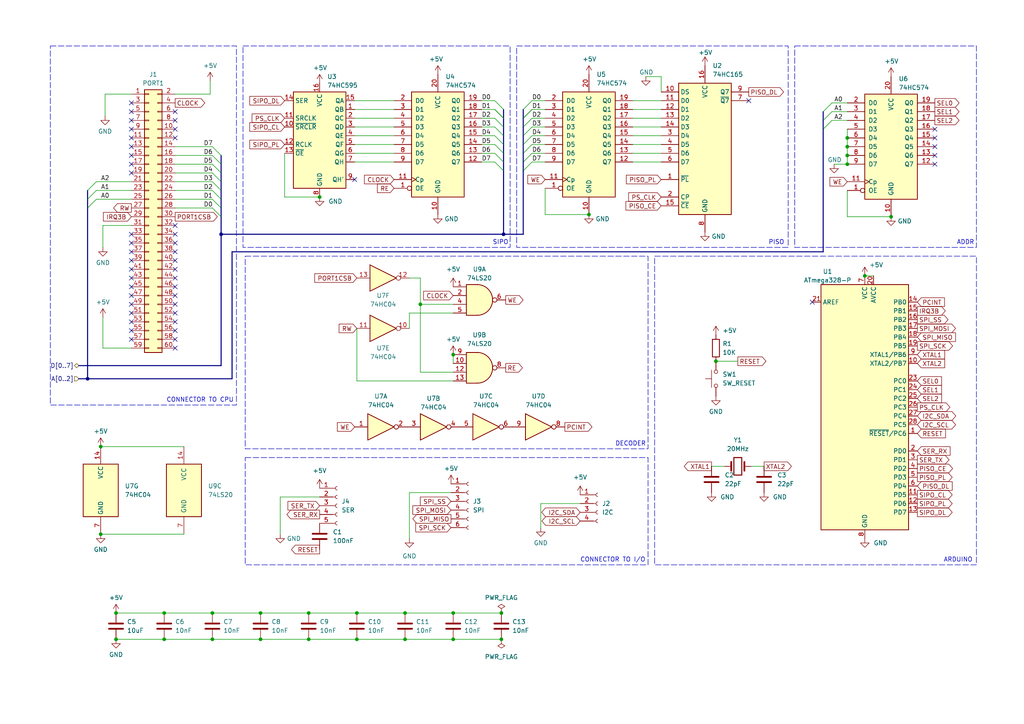
<source format=kicad_sch>
(kicad_sch (version 20231120) (generator "eeschema") (generator_version "8.0")
  (paper "A4")
  (title_block (title "Arduino Multi Interface") (date "2023-11-13") (rev "0.1"))
  (junction (at 89.535 185.42))
  (junction (at 92.71 57.15))
  (junction (at 103.505 185.42))
  (junction (at 131.445 185.42))
  (junction (at 75.565 185.42))
  (junction (at 29.21 154.94))
  (junction (at 33.655 177.8))
  (junction (at 131.445 102.87))
  (junction (at 146.05 67.945))
  (junction (at 33.655 185.42))
  (junction (at 103.505 177.8))
  (junction (at 258.445 62.865))
  (junction (at 117.475 185.42))
  (junction (at 29.21 129.54))
  (junction (at 245.745 40.005))
  (junction (at 170.815 62.23))
  (junction (at 207.645 104.775))
  (junction (at 47.625 177.8))
  (junction (at 250.825 80.01))
  (junction (at 25.4 109.855))
  (junction (at 61.595 185.42))
  (junction (at 117.475 177.8))
  (junction (at 245.745 42.545))
  (junction (at 64.135 67.945))
  (junction (at 47.625 185.42))
  (junction (at 61.595 177.8))
  (junction (at 245.745 47.625))
  (junction (at 75.565 177.8))
  (junction (at 89.535 177.8))
  (junction (at 145.415 185.42))
  (junction (at 245.745 45.085))
  (junction (at 145.415 177.8))
  (junction (at 121.92 88.265))
  (junction (at 131.445 177.8))
  (no_connect (at 50.8 98.425))
  (no_connect (at 38.1 83.185))
  (no_connect (at 38.1 50.165))
  (no_connect (at 38.1 32.385))
  (no_connect (at 38.1 70.485))
  (no_connect (at 38.1 88.265))
  (no_connect (at 50.8 83.185))
  (no_connect (at 38.1 45.085))
  (no_connect (at 50.8 32.385))
  (no_connect (at 38.1 95.885))
  (no_connect (at 50.8 93.345))
  (no_connect (at 271.145 37.465))
  (no_connect (at 38.1 34.925))
  (no_connect (at 50.8 65.405))
  (no_connect (at 50.8 100.965))
  (no_connect (at 50.8 85.725))
  (no_connect (at 50.8 70.485))
  (no_connect (at 38.1 78.105))
  (no_connect (at 50.8 80.645))
  (no_connect (at 50.8 37.465))
  (no_connect (at 50.8 40.005))
  (no_connect (at 271.145 47.625))
  (no_connect (at 50.8 67.945))
  (no_connect (at 38.1 75.565))
  (no_connect (at 271.145 42.545))
  (no_connect (at 50.8 34.925))
  (no_connect (at 38.1 98.425))
  (no_connect (at 50.8 78.105))
  (no_connect (at 235.585 87.63))
  (no_connect (at 50.8 75.565))
  (no_connect (at 38.1 73.025))
  (no_connect (at 38.1 85.725))
  (no_connect (at 271.145 45.085))
  (no_connect (at 50.8 95.885))
  (no_connect (at 38.1 80.645))
  (no_connect (at 38.1 93.345))
  (no_connect (at 271.145 40.005))
  (no_connect (at 50.8 88.265))
  (no_connect (at 217.17 29.21))
  (no_connect (at 102.87 52.07))
  (no_connect (at 38.1 90.805))
  (no_connect (at 38.1 67.945))
  (no_connect (at 38.1 29.845))
  (no_connect (at 38.1 47.625))
  (no_connect (at 38.1 40.005))
  (no_connect (at 50.8 90.805))
  (no_connect (at 38.1 37.465))
  (no_connect (at 38.1 42.545))
  (no_connect (at 50.8 73.025))
  (bus_entry (at 238.76 34.925) (size 2.54 -2.54))
  (bus_entry (at 238.76 32.385) (size 2.54 -2.54))
  (bus_entry (at 143.51 41.91) (size 2.54 2.54))
  (bus_entry (at 154.305 31.75) (size -2.54 2.54))
  (bus_entry (at 25.4 60.325) (size 2.54 -2.54) (stroke (width 0.1524)))
  (bus_entry (at 64.135 52.705) (size -2.54 -2.54) (stroke (width 0.1524)))
  (bus_entry (at 154.305 36.83) (size -2.54 2.54))
  (bus_entry (at 154.305 39.37) (size -2.54 2.54))
  (bus_entry (at 143.51 34.29) (size 2.54 2.54))
  (bus_entry (at 154.305 34.29) (size -2.54 2.54))
  (bus_entry (at 154.305 44.45) (size -2.54 2.54))
  (bus_entry (at 154.305 31.75) (size -2.54 2.54))
  (bus_entry (at 143.51 31.75) (size 2.54 2.54))
  (bus_entry (at 154.305 41.91) (size -2.54 2.54))
  (bus_entry (at 64.135 62.865) (size -2.54 -2.54) (stroke (width 0.1524)))
  (bus_entry (at 143.51 39.37) (size 2.54 2.54))
  (bus_entry (at 143.51 46.99) (size 2.54 2.54))
  (bus_entry (at 154.305 46.99) (size -2.54 2.54))
  (bus_entry (at 25.4 55.245) (size 2.54 -2.54) (stroke (width 0.1524)))
  (bus_entry (at 143.51 29.21) (size 2.54 2.54))
  (bus_entry (at 238.76 37.465) (size 2.54 -2.54))
  (bus_entry (at 64.135 57.785) (size -2.54 -2.54) (stroke (width 0.1524)))
  (bus_entry (at 143.51 44.45) (size 2.54 2.54))
  (bus_entry (at 64.135 55.245) (size -2.54 -2.54) (stroke (width 0.1524)))
  (bus_entry (at 64.135 47.625) (size -2.54 -2.54) (stroke (width 0.1524)))
  (bus_entry (at 143.51 31.75) (size 2.54 2.54))
  (bus_entry (at 25.4 57.785) (size 2.54 -2.54) (stroke (width 0.1524)))
  (bus_entry (at 64.135 50.165) (size -2.54 -2.54) (stroke (width 0.1524)))
  (bus_entry (at 64.135 60.325) (size -2.54 -2.54) (stroke (width 0.1524)))
  (bus_entry (at 64.135 45.085) (size -2.54 -2.54) (stroke (width 0.1524)))
  (bus_entry (at 154.305 29.21) (size -2.54 2.54))
  (bus_entry (at 143.51 36.83) (size 2.54 2.54))
  (bus (pts (xy 64.135 67.945) (xy 146.05 67.945)))
  (bus (pts (xy 22.86 109.855) (xy 25.4 109.855)))
  (wire (pts (xy 75.565 185.42) (xy 61.595 185.42)))
  (wire (pts (xy 102.87 44.45) (xy 114.3 44.45)))
  (wire (pts (xy 29.21 129.54) (xy 53.34 129.54)))
  (wire (pts (xy 82.55 57.15) (xy 92.71 57.15)))
  (wire (pts (xy 50.8 27.305) (xy 60.96 27.305)))
  (wire (pts (xy 121.92 80.645) (xy 118.745 80.645)))
  (wire (pts (xy 158.115 44.45) (xy 154.305 44.45)))
  (bus (pts (xy 151.765 44.45) (xy 151.765 46.99)))
  (wire (pts (xy 139.7 31.75) (xy 143.51 31.75)))
  (wire (pts (xy 158.115 39.37) (xy 154.305 39.37)))
  (wire (pts (xy 102.87 34.29) (xy 114.3 34.29)))
  (wire (pts (xy 245.745 62.865) (xy 258.445 62.865)))
  (wire (pts (xy 145.415 185.42) (xy 131.445 185.42)))
  (wire (pts (xy 241.3 32.385) (xy 245.745 32.385)))
  (wire (pts (xy 158.115 54.61) (xy 158.115 62.23)))
  (wire (pts (xy 33.655 177.8) (xy 47.625 177.8)))
  (wire (pts (xy 61.595 177.8) (xy 75.565 177.8)))
  (wire (pts (xy 47.625 185.42) (xy 33.655 185.42)))
  (wire (pts (xy 131.445 185.42) (xy 117.475 185.42)))
  (bus (pts (xy 67.31 73.025) (xy 67.31 109.855)))
  (wire (pts (xy 158.115 62.23) (xy 170.815 62.23)))
  (bus (pts (xy 64.135 47.625) (xy 64.135 50.165)))
  (wire (pts (xy 27.94 55.245) (xy 38.1 55.245)))
  (wire (pts (xy 47.625 177.8) (xy 61.595 177.8)))
  (wire (pts (xy 50.8 50.165) (xy 61.595 50.165)))
  (bus (pts (xy 64.135 57.785) (xy 64.135 60.325)))
  (wire (pts (xy 92.71 144.145) (xy 81.28 144.145)))
  (wire (pts (xy 156.845 146.05) (xy 156.845 153.035)))
  (bus (pts (xy 64.135 67.945) (xy 64.135 106.045)))
  (wire (pts (xy 29.845 65.405) (xy 29.845 71.755)))
  (bus (pts (xy 146.05 31.75) (xy 146.05 34.29)))
  (bus (pts (xy 146.05 46.99) (xy 146.05 49.53)))
  (wire (pts (xy 187.325 22.225) (xy 191.77 22.225)))
  (wire (pts (xy 102.87 29.21) (xy 114.3 29.21)))
  (wire (pts (xy 89.535 185.42) (xy 75.565 185.42)))
  (wire (pts (xy 245.745 40.005) (xy 245.745 42.545)))
  (wire (pts (xy 139.7 41.91) (xy 143.51 41.91)))
  (wire (pts (xy 29.21 154.94) (xy 53.34 154.94)))
  (bus (pts (xy 151.765 49.53) (xy 151.765 67.945)))
  (wire (pts (xy 50.8 45.085) (xy 61.595 45.085)))
  (wire (pts (xy 245.745 42.545) (xy 245.745 45.085)))
  (wire (pts (xy 245.745 47.625) (xy 241.935 47.625)))
  (bus (pts (xy 64.135 50.165) (xy 64.135 52.705)))
  (wire (pts (xy 139.7 44.45) (xy 143.51 44.45)))
  (bus (pts (xy 238.76 34.925) (xy 238.76 32.385)))
  (wire (pts (xy 102.87 31.75) (xy 114.3 31.75)))
  (wire (pts (xy 168.275 146.05) (xy 156.845 146.05)))
  (bus (pts (xy 25.4 57.785) (xy 25.4 60.325)))
  (wire (pts (xy 27.94 52.705) (xy 38.1 52.705)))
  (wire (pts (xy 50.8 60.325) (xy 61.595 60.325)))
  (wire (pts (xy 206.375 135.255) (xy 210.185 135.255)))
  (wire (pts (xy 103.505 177.8) (xy 117.475 177.8)))
  (bus (pts (xy 146.05 44.45) (xy 146.05 46.99)))
  (wire (pts (xy 118.745 142.875) (xy 130.81 142.875)))
  (wire (pts (xy 81.28 144.145) (xy 81.28 154.94)))
  (wire (pts (xy 158.115 46.99) (xy 154.305 46.99)))
  (wire (pts (xy 103.505 95.25) (xy 103.505 110.49)))
  (bus (pts (xy 238.76 37.465) (xy 238.76 73.025)))
  (wire (pts (xy 139.7 36.83) (xy 143.51 36.83)))
  (wire (pts (xy 82.55 44.45) (xy 82.55 57.15)))
  (bus (pts (xy 25.4 109.855) (xy 67.31 109.855)))
  (wire (pts (xy 158.115 41.91) (xy 154.305 41.91)))
  (wire (pts (xy 121.92 107.95) (xy 131.445 107.95)))
  (wire (pts (xy 183.515 46.99) (xy 191.77 46.99)))
  (wire (pts (xy 102.87 36.83) (xy 114.3 36.83)))
  (wire (pts (xy 139.7 29.21) (xy 143.51 29.21)))
  (bus (pts (xy 146.05 67.945) (xy 151.765 67.945)))
  (wire (pts (xy 207.645 104.775) (xy 213.995 104.775)))
  (wire (pts (xy 183.515 44.45) (xy 191.77 44.45)))
  (wire (pts (xy 50.8 57.785) (xy 61.595 57.785)))
  (wire (pts (xy 29.845 100.965) (xy 38.1 100.965)))
  (bus (pts (xy 22.86 106.045) (xy 64.135 106.045)))
  (wire (pts (xy 103.505 110.49) (xy 131.445 110.49)))
  (wire (pts (xy 139.7 34.29) (xy 143.51 34.29)))
  (bus (pts (xy 67.31 73.025) (xy 238.76 73.025)))
  (bus (pts (xy 151.765 46.99) (xy 151.765 49.53)))
  (wire (pts (xy 158.115 31.75) (xy 154.305 31.75)))
  (wire (pts (xy 245.745 55.245) (xy 245.745 62.865)))
  (bus (pts (xy 151.765 39.37) (xy 151.765 41.91)))
  (bus (pts (xy 151.765 31.75) (xy 151.765 34.29)))
  (bus (pts (xy 64.135 55.245) (xy 64.135 52.705)))
  (bus (pts (xy 151.765 41.91) (xy 151.765 44.45)))
  (wire (pts (xy 27.94 57.785) (xy 38.1 57.785)))
  (wire (pts (xy 183.515 31.75) (xy 191.77 31.75)))
  (bus (pts (xy 146.05 49.53) (xy 146.05 67.945)))
  (wire (pts (xy 29.845 92.075) (xy 29.845 100.965)))
  (wire (pts (xy 30.48 27.305) (xy 38.1 27.305)))
  (wire (pts (xy 61.595 185.42) (xy 47.625 185.42)))
  (wire (pts (xy 50.8 42.545) (xy 61.595 42.545)))
  (bus (pts (xy 64.135 62.865) (xy 64.135 67.945)))
  (wire (pts (xy 50.8 55.245) (xy 61.595 55.245)))
  (wire (pts (xy 121.92 80.645) (xy 121.92 88.265)))
  (wire (pts (xy 217.805 135.255) (xy 221.615 135.255)))
  (wire (pts (xy 50.8 47.625) (xy 61.595 47.625)))
  (wire (pts (xy 118.745 90.805) (xy 118.745 95.25)))
  (wire (pts (xy 245.745 45.085) (xy 245.745 47.625)))
  (wire (pts (xy 131.445 90.805) (xy 118.745 90.805)))
  (wire (pts (xy 50.8 52.705) (xy 61.595 52.705)))
  (bus (pts (xy 25.4 55.245) (xy 25.4 57.785)))
  (bus (pts (xy 64.135 60.325) (xy 64.135 62.865)))
  (wire (pts (xy 117.475 185.42) (xy 103.505 185.42)))
  (wire (pts (xy 183.515 36.83) (xy 191.77 36.83)))
  (wire (pts (xy 183.515 41.91) (xy 191.77 41.91)))
  (wire (pts (xy 191.77 22.225) (xy 191.77 26.67)))
  (wire (pts (xy 60.96 27.305) (xy 60.96 23.495)))
  (wire (pts (xy 102.87 41.91) (xy 114.3 41.91)))
  (wire (pts (xy 131.445 177.8) (xy 145.415 177.8)))
  (wire (pts (xy 158.115 36.83) (xy 154.305 36.83)))
  (wire (pts (xy 38.1 65.405) (xy 29.845 65.405)))
  (wire (pts (xy 139.7 46.99) (xy 143.51 46.99)))
  (wire (pts (xy 103.505 185.42) (xy 89.535 185.42)))
  (wire (pts (xy 30.48 27.305) (xy 30.48 33.655)))
  (wire (pts (xy 102.87 39.37) (xy 114.3 39.37)))
  (wire (pts (xy 250.825 80.01) (xy 253.365 80.01)))
  (bus (pts (xy 64.135 45.085) (xy 64.135 47.625)))
  (wire (pts (xy 183.515 34.29) (xy 191.77 34.29)))
  (bus (pts (xy 146.05 39.37) (xy 146.05 41.91)))
  (wire (pts (xy 241.3 34.925) (xy 245.745 34.925)))
  (bus (pts (xy 238.76 34.925) (xy 238.76 37.465)))
  (wire (pts (xy 75.565 177.8) (xy 89.535 177.8)))
  (bus (pts (xy 146.05 36.83) (xy 146.05 39.37)))
  (bus (pts (xy 25.4 60.325) (xy 25.4 109.855)))
  (wire (pts (xy 158.115 34.29) (xy 154.305 34.29)))
  (bus (pts (xy 146.05 34.29) (xy 146.05 36.83)))
  (wire (pts (xy 121.92 88.265) (xy 131.445 88.265)))
  (bus (pts (xy 64.135 55.245) (xy 64.135 57.785)))
  (wire (pts (xy 139.7 39.37) (xy 143.51 39.37)))
  (wire (pts (xy 89.535 177.8) (xy 103.505 177.8)))
  (wire (pts (xy 183.515 39.37) (xy 191.77 39.37)))
  (bus (pts (xy 151.765 34.29) (xy 151.765 36.83)))
  (wire (pts (xy 118.745 142.875) (xy 118.745 156.21)))
  (bus (pts (xy 146.05 41.91) (xy 146.05 44.45)))
  (wire (pts (xy 121.92 88.265) (xy 121.92 107.95)))
  (wire (pts (xy 245.745 37.465) (xy 245.745 40.005)))
  (wire (pts (xy 117.475 177.8) (xy 131.445 177.8)))
  (wire (pts (xy 241.3 29.845) (xy 245.745 29.845)))
  (wire (pts (xy 131.445 102.87) (xy 131.445 105.41)))
  (bus (pts (xy 151.765 36.83) (xy 151.765 39.37)))
  (wire (pts (xy 102.87 46.99) (xy 114.3 46.99)))
  (wire (pts (xy 158.115 29.21) (xy 154.305 29.21)))
  (wire (pts (xy 183.515 29.21) (xy 191.77 29.21)))
  (rectangle (start 71.12 74.295) (end 187.96 130.175) (stroke (width 0) (type dash)))
  (rectangle (start 71.12 132.715) (end 187.96 163.83) (stroke (width 0) (type dash)))
  (rectangle (start 230.505 13.335) (end 283.21 71.755) (stroke (width 0) (type dash)))
  (rectangle (start 70.485 13.335) (end 147.955 71.755) (stroke (width 0) (type dash)))
  (rectangle (start 14.605 13.335) (end 68.58 117.475) (stroke (width 0) (type dash)))
  (rectangle (start 189.865 74.295) (end 283.21 163.83) (stroke (width 0) (type dash)))
  (rectangle (start 149.86 13.335) (end 228.6 71.755) (stroke (width 0) (type dash)))
  (text "CONNECTOR TO CPU" (at 48.26 116.84 0) (effects (font (size 1.27 1.27)) (justify left bottom)))
  (text "ARDUINO" (at 273.685 163.195 0) (effects (font (size 1.27 1.27)) (justify left bottom)))
  (text "PISO" (at 222.885 71.12 0) (effects (font (size 1.27 1.27)) (justify left bottom)))
  (text "DECODER" (at 178.435 129.54 0) (effects (font (size 1.27 1.27)) (justify left bottom)))
  (text "SIPO" (at 142.875 71.12 0) (effects (font (size 1.27 1.27)) (justify left bottom)))
  (text "ADDR" (at 277.495 71.12 0) (effects (font (size 1.27 1.27)) (justify left bottom)))
  (text "CONNECTOR TO I/O" (at 168.275 163.195 0) (effects (font (size 1.27 1.27)) (justify left bottom)))
  (label "A1" (at 241.935 32.385 0))
  (label "D3" (at 59.055 52.705 0))
  (label "D1" (at 139.7 31.75 0))
  (label "D4" (at 154.305 39.37 0))
  (label "D4" (at 59.055 50.165 0))
  (label "D7" (at 59.055 42.545 0))
  (label "D1" (at 59.055 57.785 0))
  (label "D0" (at 154.305 29.21 0))
  (label "D0" (at 139.7 29.21 0))
  (label "D2" (at 59.055 55.245 0))
  (label "D5" (at 59.055 47.625 0))
  (label "A0" (at 241.935 29.845 0))
  (label "D4" (at 139.7 39.37 0))
  (label "A2" (at 241.935 34.925 0))
  (label "A2" (at 31.75 52.705 180))
  (label "D0" (at 59.055 60.325 0))
  (label "D2" (at 154.305 34.29 0))
  (label "D7" (at 139.7 46.99 0))
  (label "D6" (at 59.055 45.085 0))
  (label "D5" (at 139.7 41.91 0))
  (label "D3" (at 139.7 36.83 0))
  (label "D2" (at 139.7 34.29 0))
  (label "A1" (at 31.75 55.245 180))
  (label "D5" (at 154.305 41.91 0))
  (label "D7" (at 154.305 46.99 0))
  (label "D1" (at 154.305 31.75 0))
  (label "D6" (at 154.305 44.45 0))
  (label "A0" (at 31.75 57.785 180))
  (label "D6" (at 139.7 44.45 0))
  (label "D3" (at 154.305 36.83 0))
  (global_label "SIPO_PL" (shape input) (at 82.55 41.91 180) (property "Intersheetrefs" "${INTERSHEET_REFS}" (effects (hide yes))))
  (global_label "PS_CLK" (shape output) (at 266.065 118.11 0) (property "Intersheetrefs" "${INTERSHEET_REFS}" (effects (hide yes))))
  (global_label "RW" (shape output) (at 38.1 60.325 180) (property "Intersheetrefs" "${INTERSHEET_REFS}" (effects (hide yes))))
  (global_label "SPI_SCK" (shape input) (at 130.81 153.035 180) (property "Intersheetrefs" "${INTERSHEET_REFS}" (effects (hide yes))))
  (global_label "SPI_SCK" (shape output) (at 266.065 100.33 0) (property "Intersheetrefs" "${INTERSHEET_REFS}" (effects (hide yes))))
  (global_label "SPI_SS" (shape input) (at 130.81 145.415 180) (property "Intersheetrefs" "${INTERSHEET_REFS}" (effects (hide yes))))
  (global_label "SEL0" (shape output) (at 271.145 29.845 0) (property "Intersheetrefs" "${INTERSHEET_REFS}" (effects (hide yes))))
  (global_label "PISO_CE" (shape input) (at 191.77 59.69 180) (property "Intersheetrefs" "${INTERSHEET_REFS}" (effects (hide yes))))
  (global_label "PCINT" (shape output) (at 163.83 123.825 0) (property "Intersheetrefs" "${INTERSHEET_REFS}" (effects (hide yes))))
  (global_label "RE" (shape input) (at 114.3 54.61 180) (property "Intersheetrefs" "${INTERSHEET_REFS}" (effects (hide yes))))
  (global_label "SPI_SS" (shape output) (at 266.065 92.71 0) (property "Intersheetrefs" "${INTERSHEET_REFS}" (effects (hide yes))))
  (global_label "SPI_MOSI" (shape output) (at 266.065 95.25 0) (property "Intersheetrefs" "${INTERSHEET_REFS}" (effects (hide yes))))
  (global_label "SEL2" (shape input) (at 266.065 115.57 0) (property "Intersheetrefs" "${INTERSHEET_REFS}" (effects (hide yes))))
  (global_label "WE" (shape input) (at 158.115 52.07 180) (property "Intersheetrefs" "${INTERSHEET_REFS}" (effects (hide yes))))
  (global_label "SEL1" (shape output) (at 271.145 32.385 0) (property "Intersheetrefs" "${INTERSHEET_REFS}" (effects (hide yes))))
  (global_label "WE" (shape input) (at 102.87 123.825 180) (property "Intersheetrefs" "${INTERSHEET_REFS}" (effects (hide yes))))
  (global_label "SPI_MOSI" (shape input) (at 130.81 147.955 180) (property "Intersheetrefs" "${INTERSHEET_REFS}" (effects (hide yes))))
  (global_label "SPI_MISO" (shape input) (at 266.065 97.79 0) (property "Intersheetrefs" "${INTERSHEET_REFS}" (effects (hide yes))))
  (global_label "SER_RX" (shape output) (at 92.71 149.225 180) (property "Intersheetrefs" "${INTERSHEET_REFS}" (effects (hide yes))))
  (global_label "SIPO_PL" (shape output) (at 266.065 146.05 0) (property "Intersheetrefs" "${INTERSHEET_REFS}" (effects (hide yes))))
  (global_label "I2C_SCL" (shape bidirectional) (at 168.275 151.13 180) (property "Intersheetrefs" "${INTERSHEET_REFS}" (effects (hide yes))))
  (global_label "RW" (shape input) (at 103.505 95.25 180) (property "Intersheetrefs" "${INTERSHEET_REFS}" (effects (hide yes))))
  (global_label "XTAL2" (shape input) (at 266.065 105.41 0) (property "Intersheetrefs" "${INTERSHEET_REFS}" (effects (hide yes))))
  (global_label "XTAL1" (shape input) (at 266.065 102.87 0) (property "Intersheetrefs" "${INTERSHEET_REFS}" (effects (hide yes))))
  (global_label "PS_CLK" (shape input) (at 191.77 57.15 180) (property "Intersheetrefs" "${INTERSHEET_REFS}" (effects (hide yes))))
  (global_label "SER_TX" (shape input) (at 92.71 146.685 180) (property "Intersheetrefs" "${INTERSHEET_REFS}" (effects (hide yes))))
  (global_label "XTAL2" (shape output) (at 221.615 135.255 0) (property "Intersheetrefs" "${INTERSHEET_REFS}" (effects (hide yes))))
  (global_label "XTAL1" (shape output) (at 206.375 135.255 180) (property "Intersheetrefs" "${INTERSHEET_REFS}" (effects (hide yes))))
  (global_label "PISO_DL" (shape output) (at 217.17 26.67 0) (property "Intersheetrefs" "${INTERSHEET_REFS}" (effects (hide yes))))
  (global_label "RESET" (shape input) (at 266.065 125.73 0) (property "Intersheetrefs" "${INTERSHEET_REFS}" (effects (hide yes))))
  (global_label "SER_TX" (shape output) (at 266.065 133.35 0) (property "Intersheetrefs" "${INTERSHEET_REFS}" (effects (hide yes))))
  (global_label "SIPO_CL" (shape input) (at 82.55 36.83 180) (property "Intersheetrefs" "${INTERSHEET_REFS}" (effects (hide yes))))
  (global_label "RESET" (shape output) (at 92.71 159.385 180) (property "Intersheetrefs" "${INTERSHEET_REFS}" (effects (hide yes))))
  (global_label "CLOCK" (shape input) (at 131.445 85.725 180) (property "Intersheetrefs" "${INTERSHEET_REFS}" (effects (hide yes))))
  (global_label "SIPO_DL" (shape input) (at 82.55 29.21 180) (property "Intersheetrefs" "${INTERSHEET_REFS}" (effects (hide yes))))
  (global_label "SIPO_DL" (shape output) (at 266.065 148.59 0) (property "Intersheetrefs" "${INTERSHEET_REFS}" (effects (hide yes))))
  (global_label "PISO_PL" (shape output) (at 266.065 138.43 0) (property "Intersheetrefs" "${INTERSHEET_REFS}" (effects (hide yes))))
  (global_label "PS_CLK" (shape input) (at 82.55 34.29 180) (property "Intersheetrefs" "${INTERSHEET_REFS}" (effects (hide yes))))
  (global_label "SER_RX" (shape input) (at 266.065 130.81 0) (property "Intersheetrefs" "${INTERSHEET_REFS}" (effects (hide yes))))
  (global_label "SEL1" (shape input) (at 266.065 113.03 0) (property "Intersheetrefs" "${INTERSHEET_REFS}" (effects (hide yes))))
  (global_label "PISO_CE" (shape output) (at 266.065 135.89 0) (property "Intersheetrefs" "${INTERSHEET_REFS}" (effects (hide yes))))
  (global_label "PORT1CSB" (shape input) (at 103.505 80.645 180) (property "Intersheetrefs" "${INTERSHEET_REFS}" (effects (hide yes))))
  (global_label "RESET" (shape output) (at 213.995 104.775 0) (property "Intersheetrefs" "${INTERSHEET_REFS}" (effects (hide yes))))
  (global_label "I2C_SCL" (shape bidirectional) (at 266.065 123.19 0) (property "Intersheetrefs" "${INTERSHEET_REFS}" (effects (hide yes))))
  (global_label "IRQ3B" (shape output) (at 266.065 90.17 0) (property "Intersheetrefs" "${INTERSHEET_REFS}" (effects (hide yes))))
  (global_label "PISO_DL" (shape input) (at 266.065 140.97 0) (property "Intersheetrefs" "${INTERSHEET_REFS}" (effects (hide yes))))
  (global_label "PORT1CSB" (shape output) (at 50.8 62.865 0) (property "Intersheetrefs" "${INTERSHEET_REFS}" (effects (hide yes))))
  (global_label "WE" (shape output) (at 146.685 86.995 0) (property "Intersheetrefs" "${INTERSHEET_REFS}" (effects (hide yes))))
  (global_label "I2C_SDA" (shape bidirectional) (at 266.065 120.65 0) (property "Intersheetrefs" "${INTERSHEET_REFS}" (effects (hide yes))))
  (global_label "I2C_SDA" (shape bidirectional) (at 168.275 148.59 180) (property "Intersheetrefs" "${INTERSHEET_REFS}" (effects (hide yes))))
  (global_label "SEL2" (shape output) (at 271.145 34.925 0) (property "Intersheetrefs" "${INTERSHEET_REFS}" (effects (hide yes))))
  (global_label "PCINT" (shape input) (at 266.065 87.63 0) (property "Intersheetrefs" "${INTERSHEET_REFS}" (effects (hide yes))))
  (global_label "SIPO_CL" (shape output) (at 266.065 143.51 0) (property "Intersheetrefs" "${INTERSHEET_REFS}" (effects (hide yes))))
  (global_label "CLOCK" (shape output) (at 50.8 29.845 0) (property "Intersheetrefs" "${INTERSHEET_REFS}" (effects (hide yes))))
  (global_label "SEL0" (shape input) (at 266.065 110.49 0) (property "Intersheetrefs" "${INTERSHEET_REFS}" (effects (hide yes))))
  (global_label "WE" (shape input) (at 245.745 52.705 180) (property "Intersheetrefs" "${INTERSHEET_REFS}" (effects (hide yes))))
  (global_label "SPI_MISO" (shape output) (at 130.81 150.495 180) (property "Intersheetrefs" "${INTERSHEET_REFS}" (effects (hide yes))))
  (global_label "RE" (shape output) (at 146.685 106.68 0) (property "Intersheetrefs" "${INTERSHEET_REFS}" (effects (hide yes))))
  (global_label "IRQ3B" (shape input) (at 38.1 62.865 180) (property "Intersheetrefs" "${INTERSHEET_REFS}" (effects (hide yes))))
  (global_label "PISO_PL" (shape input) (at 191.77 52.07 180) (property "Intersheetrefs" "${INTERSHEET_REFS}" (effects (hide yes))))
  (global_label "CLOCK" (shape input) (at 114.3 52.07 180) (property "Intersheetrefs" "${INTERSHEET_REFS}" (effects (hide yes))))
  (hierarchical_label "D[0..7]" (shape bidirectional) (at 22.86 106.045 180))
  (hierarchical_label "A[0..2]" (shape input) (at 22.86 109.855 180))
  (symbol (lib_id "power:GND") (at 92.71 57.15 0) (unit 1)
    (property "Reference" "#PWR010" (effects (hide yes)))
    (property "Value" "GND" (at 95.25 58.42 0) (effects (justify left)))
  )
  (symbol (lib_id "power:GND") (at 258.445 62.865 0) (unit 1)
    (property "Reference" "#PWR018" (effects (hide yes)))
    (property "Value" "GND" (at 260.35 64.135 0) (effects (justify left)))
  )
  (symbol (lib_id "MCU_Microchip_ATmega:ATmega328-P") (at 250.825 118.11 0) (unit 1)
    (property "Reference" "U1" (at 240.03 78.74 0))
    (property "Value" "ATmega328-P" (at 240.03 81.28 0))
    (property "Footprint" "Package_DIP:DIP-28_W7.62mm" (effects (hide yes)))
    (property "Datasheet" "http://ww1.microchip.com/downloads/en/DeviceDoc/ATmega328_P%20AVR%20MCU%20with%20picoPower%20Technology%20Data%20Sheet%2040001984A.pdf" (effects (hide yes)))
  )
  (symbol (lib_id "power:GND") (at 221.615 142.875 0) (unit 1)
    (property "Reference" "#PWR07" (effects (hide yes)))
    (property "Value" "GND" (at 224.155 144.145 0) (effects (justify left)))
  )
  (symbol (lib_id "Connector:Conn_01x04_Socket") (at 173.355 146.05 0) (unit 1)
    (property "Reference" "J2" (at 174.625 146.05 0) (effects (justify left)))
    (property "Value" "I2C" (at 174.625 148.59 0) (effects (justify left)))
    (property "Footprint" "Connector_PinSocket_2.54mm:PinSocket_1x04_P2.54mm_Vertical" (effects (hide yes)))
  )
  (symbol (lib_id "74xx:74HC165") (at 204.47 41.91 0) (unit 1)
    (property "Reference" "U2" (at 206.6641 19.05 0) (effects (justify left)))
    (property "Value" "74HC165" (at 206.6641 21.59 0) (effects (justify left)))
    (property "Footprint" "Package_DIP:DIP-16_W7.62mm" (effects (hide yes)))
    (property "Datasheet" "https://assets.nexperia.com/documents/data-sheet/74HC_HCT165.pdf" (effects (hide yes)))
  )
  (symbol (lib_id "power:+5V") (at 207.645 97.155 0) (unit 1)
    (property "Reference" "#PWR05" (effects (hide yes)))
    (property "Value" "+5V" (at 209.55 95.885 0) (effects (justify left)))
  )
  (symbol (lib_id "Device:C") (at 89.535 181.61 0) (unit 1)
    (property "Reference" "C9" (at 92.71 180.34 0) (effects (justify left)))
    (property "Value" "10nF" (at 92.71 182.88 0) (effects (justify left)))
    (property "Footprint" "Capacitor_THT:C_Disc_D5.0mm_W2.5mm_P5.00mm" (effects (hide yes)))
  )
  (symbol (lib_id "Device:C") (at 75.565 181.61 0) (unit 1)
    (property "Reference" "C8" (at 78.74 180.34 0) (effects (justify left)))
    (property "Value" "10nF" (at 78.74 182.88 0) (effects (justify left)))
    (property "Footprint" "Capacitor_THT:C_Disc_D5.0mm_W2.5mm_P5.00mm" (effects (hide yes)))
  )
  (symbol (lib_id "power:+5V") (at 131.445 102.87 0) (unit 1)
    (property "Reference" "#PWR024" (effects (hide yes)))
    (property "Value" "+5V" (at 131.445 98.425 0))
  )
  (symbol (lib_id "power:GND") (at 29.21 154.94 0) (unit 1)
    (property "Reference" "#PWR026" (effects (hide yes)))
    (property "Value" "GND" (at 29.21 159.385 0))
  )
  (symbol (lib_id "power:+5V") (at 127 21.59 0) (unit 1)
    (property "Reference" "#PWR012" (effects (hide yes)))
    (property "Value" "+5V" (at 124.46 17.145 0) (effects (justify left)))
  )
  (symbol (lib_id "power:GND") (at 207.645 114.935 0) (unit 1)
    (property "Reference" "#PWR03" (effects (hide yes)))
    (property "Value" "GND" (at 207.645 119.38 0))
  )
  (symbol (lib_id "power:+5V") (at 92.71 141.605 0) (unit 1)
    (property "Reference" "#PWR04" (effects (hide yes)))
    (property "Value" "+5V" (at 92.71 136.525 0))
  )
  (symbol (lib_id "power:GND") (at 250.825 156.21 0) (unit 1)
    (property "Reference" "#PWR01" (effects (hide yes)))
    (property "Value" "GND" (at 253.365 157.48 0) (effects (justify left)))
  )
  (symbol (lib_id "Device:C") (at 47.625 181.61 0) (unit 1)
    (property "Reference" "C6" (at 50.8 180.34 0) (effects (justify left)))
    (property "Value" "10nF" (at 50.8 182.88 0) (effects (justify left)))
    (property "Footprint" "Capacitor_THT:C_Disc_D5.0mm_W2.5mm_P5.00mm" (effects (hide yes)))
  )
  (symbol (lib_id "Device:C") (at 61.595 181.61 0) (unit 1)
    (property "Reference" "C7" (at 64.77 180.34 0) (effects (justify left)))
    (property "Value" "10nF" (at 64.77 182.88 0) (effects (justify left)))
    (property "Footprint" "Capacitor_THT:C_Disc_D5.0mm_W2.5mm_P5.00mm" (effects (hide yes)))
  )
  (symbol (lib_id "power:+5V") (at 204.47 19.05 0) (unit 1)
    (property "Reference" "#PWR09" (effects (hide yes)))
    (property "Value" "+5V" (at 202.565 15.24 0) (effects (justify left)))
  )
  (symbol (lib_id "74xx:74HC04") (at 111.125 80.645 0) (unit 6)
    (property "Reference" "U7" (at 111.125 85.725 0))
    (property "Value" "74HC04" (at 111.125 88.265 0))
    (property "Footprint" "Package_DIP:DIP-14_W7.62mm" (effects (hide yes)))
    (property "Datasheet" "https://assets.nexperia.com/documents/data-sheet/74HC_HCT04.pdf" (effects (hide yes)))
  )
  (symbol (lib_id "74xx:74HC595") (at 92.71 39.37 0) (unit 1)
    (property "Reference" "U3" (at 94.9041 22.225 0) (effects (justify left)))
    (property "Value" "74HC595" (at 94.9041 24.765 0) (effects (justify left)))
    (property "Footprint" "Package_DIP:DIP-16_W7.62mm" (effects (hide yes)))
    (property "Datasheet" "http://www.ti.com/lit/ds/symlink/sn74hc595.pdf" (effects (hide yes)))
  )
  (symbol (lib_id "power:GND") (at 118.745 156.21 0) (unit 1)
    (property "Reference" "#PWR031" (effects (hide yes)))
    (property "Value" "GND" (at 118.745 161.29 0))
  )
  (symbol (lib_id "Device:C") (at 92.71 155.575 0) (unit 1)
    (property "Reference" "C1" (at 96.52 154.305 0) (effects (justify left)))
    (property "Value" "100nF" (at 96.52 156.845 0) (effects (justify left)))
    (property "Footprint" "Capacitor_THT:C_Disc_D5.0mm_W2.5mm_P2.50mm" (effects (hide yes)))
  )
  (symbol (lib_id "power:GND") (at 33.655 185.42 0) (unit 1)
    (property "Reference" "#PWR028" (effects (hide yes)))
    (property "Value" "GND" (at 33.655 189.865 0))
  )
  (symbol (lib_id "power:GND") (at 30.48 33.655 0) (mirror y) (unit 1)
    (property "Reference" "#PWR019" (effects (hide yes)))
    (property "Value" "GND" (at 30.48 38.1 0))
  )
  (symbol (lib_id "Connector:Conn_01x05_Socket") (at 97.79 146.685 0) (unit 1)
    (property "Reference" "J4" (at 99.06 145.415 0) (effects (justify left)))
    (property "Value" "SER" (at 99.06 147.955 0) (effects (justify left)))
    (property "Footprint" "Connector_PinSocket_2.54mm:PinSocket_1x05_P2.54mm_Vertical" (effects (hide yes)))
  )
  (symbol (lib_id "74xx:74LS20") (at 139.065 106.68 0) (unit 2)
    (property "Reference" "U9" (at 139.0553 97.155 0))
    (property "Value" "74LS20" (at 139.0553 99.695 0))
    (property "Footprint" "Package_DIP:DIP-14_W7.62mm" (effects (hide yes)))
    (property "Datasheet" "http://www.ti.com/lit/gpn/sn74LS20" (effects (hide yes)))
  )
  (symbol (lib_id "74xx:74HC04") (at 140.97 123.825 0) (unit 3)
    (property "Reference" "U7" (at 140.97 114.935 0))
    (property "Value" "74HC04" (at 140.97 117.475 0))
    (property "Footprint" "Package_DIP:DIP-14_W7.62mm" (effects (hide yes)))
    (property "Datasheet" "https://assets.nexperia.com/documents/data-sheet/74HC_HCT04.pdf" (effects (hide yes)))
  )
  (symbol (lib_id "power:+5V") (at 92.71 24.13 0) (unit 1)
    (property "Reference" "#PWR011" (effects (hide yes)))
    (property "Value" "+5V" (at 90.805 19.685 0) (effects (justify left)))
  )
  (symbol (lib_id "74xx:74LS574") (at 127 41.91 0) (unit 1)
    (property "Reference" "U4" (at 129.1941 22.225 0) (effects (justify left)))
    (property "Value" "74HC574" (at 129.1941 24.765 0) (effects (justify left)))
    (property "Footprint" "Package_DIP:DIP-20_W7.62mm" (effects (hide yes)))
    (property "Datasheet" "http://www.ti.com/lit/gpn/sn74LS574" (effects (hide yes)))
  )
  (symbol (lib_id "power:PWR_FLAG") (at 145.415 177.8 0) (unit 1)
    (property "Reference" "#FLG02" (effects (hide yes)))
    (property "Value" "PWR_FLAG" (at 145.415 173.355 0))
  )
  (symbol (lib_id "power:+5V") (at 170.815 21.59 0) (unit 1)
    (property "Reference" "#PWR014" (effects (hide yes)))
    (property "Value" "+5V" (at 168.91 17.145 0) (effects (justify left)))
  )
  (symbol (lib_id "Device:C") (at 117.475 181.61 0) (unit 1)
    (property "Reference" "C11" (at 120.65 180.34 0) (effects (justify left)))
    (property "Value" "10nF" (at 120.65 182.88 0) (effects (justify left)))
    (property "Footprint" "Capacitor_THT:C_Disc_D5.0mm_W2.5mm_P5.00mm" (effects (hide yes)))
  )
  (symbol (lib_id "Connector_Generic:Conn_02x30_Odd_Even") (at 43.18 62.865 0) (unit 1) (exclude_from_sim yes)
    (property "Reference" "J1" (at 44.45 21.59 0))
    (property "Value" "PORT1" (at 44.45 24.13 0))
    (property "Footprint" "Connector_NES:NES_PCBEdge" (effects (hide yes)))
  )
  (symbol (lib_id "power:GND") (at 29.845 71.755 0) (mirror y) (unit 1)
    (property "Reference" "#PWR020" (effects (hide yes)))
    (property "Value" "GND" (at 29.845 76.2 0))
  )
  (symbol (lib_id "power:+5V") (at 131.445 83.185 0) (unit 1)
    (property "Reference" "#PWR023" (effects (hide yes)))
    (property "Value" "+5V" (at 131.445 78.105 0))
  )
  (symbol (lib_id "Switch:SW_Push") (at 207.645 109.855 90) (unit 1)
    (property "Reference" "SW1" (at 209.55 108.585 90) (effects (justify right)))
    (property "Value" "SW_RESET" (at 209.55 111.125 90) (effects (justify right)))
    (property "Footprint" "Button_Switch_THT:SW_PUSH_6mm" (effects (hide yes)))
  )
  (symbol (lib_id "Device:C") (at 221.615 139.065 0) (unit 1)
    (property "Reference" "C3" (at 225.425 137.795 0) (effects (justify left)))
    (property "Value" "22pF" (at 225.425 140.335 0) (effects (justify left)))
    (property "Footprint" "Capacitor_THT:C_Disc_D5.0mm_W2.5mm_P2.50mm" (effects (hide yes)))
  )
  (symbol (lib_id "Device:C") (at 33.655 181.61 0) (unit 1)
    (property "Reference" "C5" (at 36.83 180.34 0) (effects (justify left)))
    (property "Value" "10uF" (at 36.83 182.88 0) (effects (justify left)))
    (property "Footprint" "Capacitor_THT:CP_Radial_D5.0mm_P2.00mm" (effects (hide yes)))
  )
  (symbol (lib_id "power:+5V") (at 168.275 143.51 0) (unit 1)
    (property "Reference" "#PWR030" (effects (hide yes)))
    (property "Value" "+5V" (at 168.275 138.43 0))
  )
  (symbol (lib_id "power:GND") (at 206.375 142.875 0) (unit 1)
    (property "Reference" "#PWR033" (effects (hide yes)))
    (property "Value" "GND" (at 208.915 144.145 0) (effects (justify left)))
  )
  (symbol (lib_id "Connector:Conn_01x06_Socket") (at 135.89 145.415 0) (unit 1)
    (property "Reference" "J3" (at 137.16 145.415 0) (effects (justify left)))
    (property "Value" "SPI" (at 137.16 147.955 0) (effects (justify left)))
    (property "Footprint" "Connector_PinSocket_2.54mm:PinSocket_1x06_P2.54mm_Vertical" (effects (hide yes)))
  )
  (symbol (lib_id "power:GND") (at 170.815 62.23 0) (unit 1)
    (property "Reference" "#PWR015" (effects (hide yes)))
    (property "Value" "GND" (at 172.72 63.5 0) (effects (justify left)))
  )
  (symbol (lib_id "74xx:74HC04") (at 156.21 123.825 0) (unit 4)
    (property "Reference" "U7" (at 156.21 114.935 0))
    (property "Value" "74HC04" (at 156.21 117.475 0))
    (property "Footprint" "Package_DIP:DIP-14_W7.62mm" (effects (hide yes)))
    (property "Datasheet" "https://assets.nexperia.com/documents/data-sheet/74HC_HCT04.pdf" (effects (hide yes)))
  )
  (symbol (lib_id "power:GND") (at 81.28 154.94 0) (unit 1)
    (property "Reference" "#PWR06" (effects (hide yes)))
    (property "Value" "GND" (at 83.185 156.21 0) (effects (justify left)))
  )
  (symbol (lib_id "power:GND") (at 156.845 153.035 0) (unit 1)
    (property "Reference" "#PWR029" (effects (hide yes)))
    (property "Value" "GND" (at 156.845 157.48 0))
  )
  (symbol (lib_id "power:+5V") (at 29.845 92.075 0) (unit 1)
    (property "Reference" "#PWR021" (effects (hide yes)))
    (property "Value" "+5V" (at 29.845 87.63 0))
  )
  (symbol (lib_id "74xx:74LS574") (at 258.445 42.545 0) (unit 1)
    (property "Reference" "U6" (at 260.6391 22.86 0) (effects (justify left)))
    (property "Value" "74HC574" (at 260.6391 25.4 0) (effects (justify left)))
    (property "Footprint" "Package_DIP:DIP-20_W7.62mm" (effects (hide yes)))
    (property "Datasheet" "http://www.ti.com/lit/gpn/sn74LS574" (effects (hide yes)))
  )
  (symbol (lib_id "Device:C") (at 131.445 181.61 0) (unit 1)
    (property "Reference" "C12" (at 134.62 180.34 0) (effects (justify left)))
    (property "Value" "10nF" (at 134.62 182.88 0) (effects (justify left)))
    (property "Footprint" "Capacitor_THT:C_Disc_D5.0mm_W2.5mm_P5.00mm" (effects (hide yes)))
  )
  (symbol (lib_id "Device:C") (at 145.415 181.61 0) (unit 1)
    (property "Reference" "C13" (at 148.59 180.34 0) (effects (justify left)))
    (property "Value" "10nF" (at 148.59 182.88 0) (effects (justify left)))
    (property "Footprint" "Capacitor_THT:C_Disc_D5.0mm_W2.5mm_P5.00mm" (effects (hide yes)))
  )
  (symbol (lib_id "Device:C") (at 103.505 181.61 0) (unit 1)
    (property "Reference" "C10" (at 106.68 180.34 0) (effects (justify left)))
    (property "Value" "10nF" (at 106.68 182.88 0) (effects (justify left)))
    (property "Footprint" "Capacitor_THT:C_Disc_D5.0mm_W2.5mm_P5.00mm" (effects (hide yes)))
  )
  (symbol (lib_id "74xx:74LS574") (at 170.815 41.91 0) (unit 1)
    (property "Reference" "U5" (at 173.0091 21.59 0) (effects (justify left)))
    (property "Value" "74HC574" (at 173.0091 24.13 0) (effects (justify left)))
    (property "Footprint" "Package_DIP:DIP-20_W7.62mm" (effects (hide yes)))
    (property "Datasheet" "http://www.ti.com/lit/gpn/sn74LS574" (effects (hide yes)))
  )
  (symbol (lib_id "power:GND") (at 127 62.23 0) (unit 1)
    (property "Reference" "#PWR013" (effects (hide yes)))
    (property "Value" "GND" (at 128.905 63.5 0) (effects (justify left)))
  )
  (symbol (lib_id "power:+5V") (at 33.655 177.8 0) (unit 1)
    (property "Reference" "#PWR027" (effects (hide yes)))
    (property "Value" "+5V" (at 33.655 173.355 0))
  )
  (symbol (lib_id "Device:Crystal") (at 213.995 135.255 0) (unit 1)
    (property "Reference" "Y1" (at 213.995 127.635 0))
    (property "Value" "20MHz" (at 213.995 130.175 0))
    (property "Footprint" "Crystal:Crystal_HC49-4H_Vertical" (effects (hide yes)))
  )
  (symbol (lib_id "power:+5V") (at 258.445 22.225 0) (unit 1)
    (property "Reference" "#PWR017" (effects (hide yes)))
    (property "Value" "+5V" (at 256.54 17.78 0) (effects (justify left)))
  )
  (symbol (lib_id "power:GND") (at 241.935 47.625 0) (unit 1)
    (property "Reference" "#PWR034" (effects (hide yes)))
    (property "Value" "GND" (at 240.03 46.355 0) (effects (justify left)))
  )
  (symbol (lib_id "74xx:74HC04") (at 29.21 142.24 0) (unit 7)
    (property "Reference" "U7" (at 36.195 140.97 0) (effects (justify left)))
    (property "Value" "74HC04" (at 36.195 143.51 0) (effects (justify left)))
    (property "Footprint" "Package_DIP:DIP-14_W7.62mm" (effects (hide yes)))
    (property "Datasheet" "https://assets.nexperia.com/documents/data-sheet/74HC_HCT04.pdf" (effects (hide yes)))
  )
  (symbol (lib_id "74xx:74LS20") (at 139.065 86.995 0) (unit 1)
    (property "Reference" "U9" (at 139.0553 78.105 0))
    (property "Value" "74LS20" (at 139.0553 80.645 0))
    (property "Footprint" "Package_DIP:DIP-14_W7.62mm" (effects (hide yes)))
    (property "Datasheet" "http://www.ti.com/lit/gpn/sn74LS20" (effects (hide yes)))
  )
  (symbol (lib_id "74xx:74LS20") (at 53.34 142.24 0) (unit 3)
    (property "Reference" "U9" (at 60.325 140.97 0) (effects (justify left)))
    (property "Value" "74LS20" (at 60.325 143.51 0) (effects (justify left)))
    (property "Footprint" "Package_DIP:DIP-14_W7.62mm" (effects (hide yes)))
    (property "Datasheet" "http://www.ti.com/lit/gpn/sn74LS20" (effects (hide yes)))
  )
  (symbol (lib_id "power:GND") (at 204.47 67.31 0) (unit 1)
    (property "Reference" "#PWR08" (effects (hide yes)))
    (property "Value" "GND" (at 206.375 68.58 0) (effects (justify left)))
  )
  (symbol (lib_id "74xx:74HC04") (at 110.49 123.825 0) (unit 1)
    (property "Reference" "U7" (at 110.49 114.935 0))
    (property "Value" "74HC04" (at 110.49 117.475 0))
    (property "Footprint" "Package_DIP:DIP-14_W7.62mm" (effects (hide yes)))
    (property "Datasheet" "https://assets.nexperia.com/documents/data-sheet/74HC_HCT04.pdf" (effects (hide yes)))
  )
  (symbol (lib_id "power:+5V") (at 29.21 129.54 0) (unit 1)
    (property "Reference" "#PWR025" (effects (hide yes)))
    (property "Value" "+5V" (at 29.21 125.095 0))
  )
  (symbol (lib_id "power:+5V") (at 60.96 23.495 0) (unit 1)
    (property "Reference" "#PWR022" (effects (hide yes)))
    (property "Value" "+5V" (at 60.96 19.05 0))
  )
  (symbol (lib_id "power:GND") (at 187.325 22.225 0) (unit 1)
    (property "Reference" "#PWR016" (effects (hide yes)))
    (property "Value" "GND" (at 185.42 20.955 0) (effects (justify left)))
  )
  (symbol (lib_id "74xx:74HC04") (at 125.73 123.825 0) (unit 2)
    (property "Reference" "U7" (at 125.73 115.57 0))
    (property "Value" "74HC04" (at 125.73 118.11 0))
    (property "Footprint" "Package_DIP:DIP-14_W7.62mm" (effects (hide yes)))
    (property "Datasheet" "https://assets.nexperia.com/documents/data-sheet/74HC_HCT04.pdf" (effects (hide yes)))
  )
  (symbol (lib_id "Device:C") (at 206.375 139.065 0) (unit 1)
    (property "Reference" "C2" (at 210.185 137.795 0) (effects (justify left)))
    (property "Value" "22pF" (at 210.185 140.335 0) (effects (justify left)))
    (property "Footprint" "Capacitor_THT:C_Disc_D5.0mm_W2.5mm_P2.50mm" (effects (hide yes)))
  )
  (symbol (lib_id "Device:R") (at 207.645 100.965 0) (unit 1)
    (property "Reference" "R1" (at 209.55 99.695 0) (effects (justify left)))
    (property "Value" "10K" (at 209.55 102.235 0) (effects (justify left)))
    (property "Footprint" "Resistor_THT:R_Axial_DIN0207_L6.3mm_D2.5mm_P10.16mm_Horizontal" (effects (hide yes)))
  )
  (symbol (lib_id "74xx:74HC04") (at 111.125 95.25 0) (unit 5)
    (property "Reference" "U7" (at 111.125 100.965 0))
    (property "Value" "74HC04" (at 111.125 103.505 0))
    (property "Footprint" "Package_DIP:DIP-14_W7.62mm" (effects (hide yes)))
    (property "Datasheet" "https://assets.nexperia.com/documents/data-sheet/74HC_HCT04.pdf" (effects (hide yes)))
  )
  (symbol (lib_id "power:PWR_FLAG") (at 145.415 185.42 180) (unit 1)
    (property "Reference" "#FLG01" (effects (hide yes)))
    (property "Value" "PWR_FLAG" (at 145.415 190.5 0))
  )
  (symbol (lib_id "power:+5V") (at 250.825 80.01 0) (unit 1)
    (property "Reference" "#PWR02" (effects (hide yes)))
    (property "Value" "+5V" (at 252.095 76.835 0) (effects (justify left)))
  )
  (symbol (lib_id "power:+5V") (at 130.81 140.335 0) (unit 1)
    (property "Reference" "#PWR032" (effects (hide yes)))
    (property "Value" "+5V" (at 130.81 135.89 0))
  )
)
</source>
